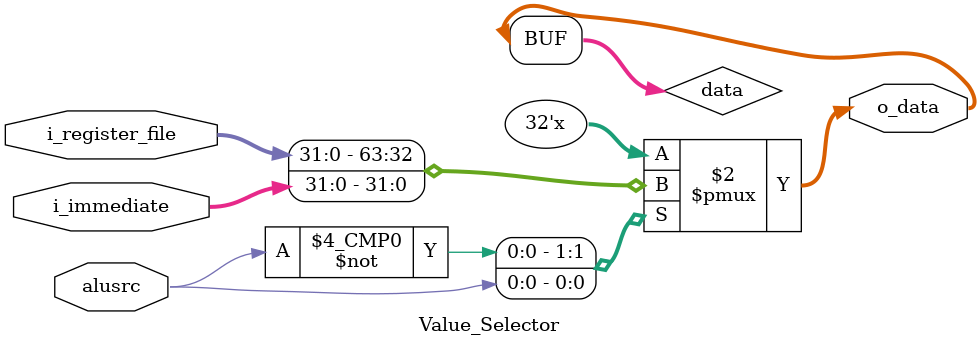
<source format=v>
`timescale 1ns / 1ps

//Value_Selector
module Value_Selector #(parameter WIDTH = 32)(
    input [WIDTH-1:0] i_immediate,
    input [WIDTH-1:0] i_register_file,
    input alusrc,

    output [WIDTH-1:0] o_data
);

reg [WIDTH-1:0] data;

always @(*) begin
    case(alusrc)
        1'b0: data = i_register_file; // ALUSrc = 0: Register_File

        1'b1: data = i_immediate; // ALUSrc = 1: Immediate
    endcase

end

assign o_data = data;

endmodule

</source>
